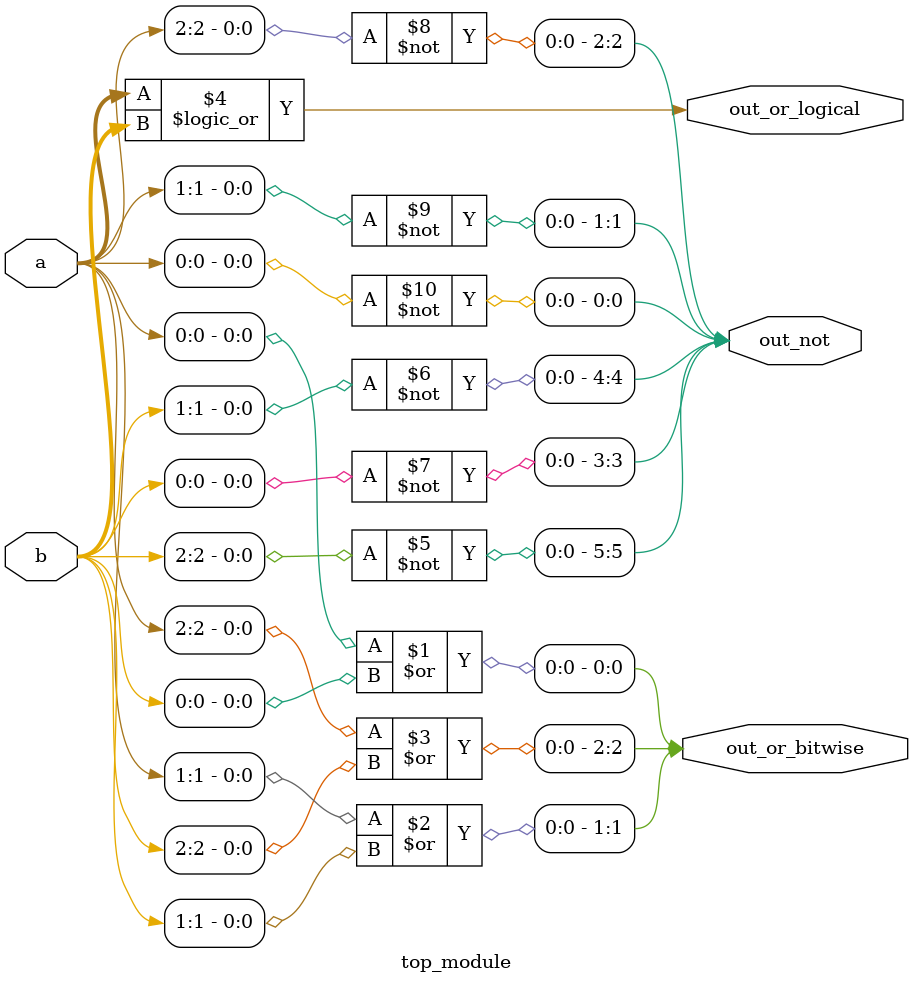
<source format=v>
module top_module( 
    input [2:0] a,
    input [2:0] b,
    output [2:0] out_or_bitwise,
    output out_or_logical,
    output [5:0] out_not
);
    assign out_or_bitwise[0] = a[0] | b[0];
    assign out_or_bitwise[1] = a[1] | b[1];
    assign out_or_bitwise[2] = a[2] | b[2];
    assign out_or_logical = a || b;
    assign out_not[5] = ~b[2];
    assign out_not[4] = ~b[1];
    assign out_not[3] = ~b[0];
    assign out_not[2] = ~a[2];
    assign out_not[1] = ~a[1];
    assign out_not[0] = ~a[0];
endmodule
</source>
